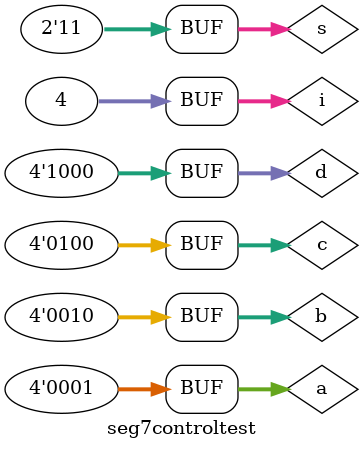
<source format=v>
`timescale 1ns / 1ps

module seg7controltest;

	// Inputs
	reg [3:0] a;
	reg [3:0] b;
	reg [3:0] c;
	reg [3:0] d;
	reg [1:0] s;

	// Outputs
	wire [3:0] control;

	// Instantiate the Unit Under Test (UUT)
	seg7control uut (
		.a(a), 
		.b(b), 
		.c(c), 
		.d(d), 
		.s(s), 
		.control(control)
	);

	integer i = 0;
	initial begin
		// Initialize Inputs
		a = 1;
		b = 2;
		c = 4;
		d = 8;
		s = 0;

		#100;
        
		for(i = 0; i < 4; i = i + 1)
		begin
			s = i;
			#10;
		end
	end    
endmodule


</source>
